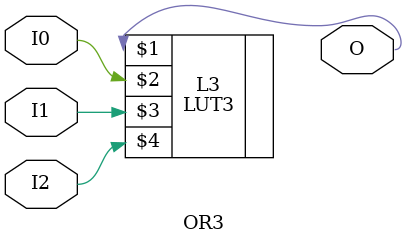
<source format=v>


`timescale  1 ps / 1 ps


module OR3 (O, I0, I1, I2);

    output O;

    input  I0, I1, I2;

    LUT3 #(.INIT(8'hFE)) L3 (O, I0, I1, I2);

endmodule

</source>
